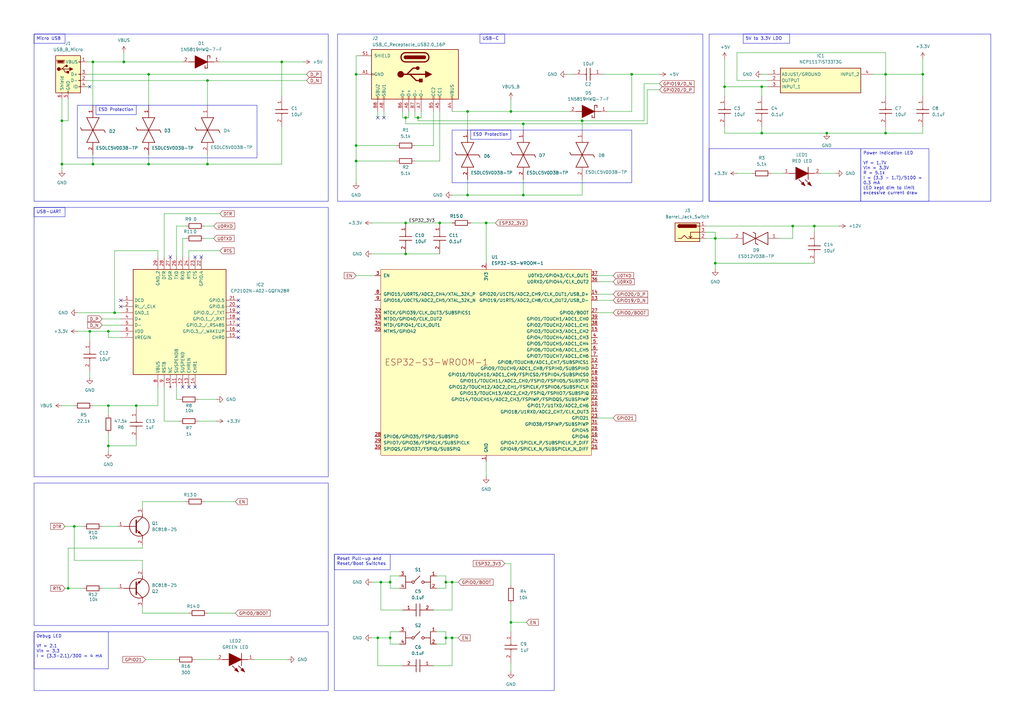
<source format=kicad_sch>
(kicad_sch (version 20250114) (generator "eeschema") (generator_version "9.0")
  (paper "A3")
  (title_block (title "PAF-hw_Electrical_Schematic") (date "2025-10-19") (rev "A"))
  (rectangle (start 13.97 85.09) (end 134.62 195.58))
  (rectangle (start 13.97 13.97) (end 134.62 82.55))
  (rectangle (start 13.97 259.08) (end 134.62 283.21))
  (rectangle (start 290.83 13.97) (end 406.4 82.55))
  (rectangle (start 137.16 227.33) (end 227.33 283.21))
  (rectangle (start 138.43 13.97) (end 288.29 82.55))
  (rectangle (start 31.75 43.18) (end 105.41 64.77))
  (rectangle (start 185.42 53.34) (end 259.08 74.93))
  (rectangle (start 290.83 60.96) (end 353.06 82.55))
  (rectangle (start 13.97 198.12) (end 134.62 256.54))
  (text_box "ESD Protection" (at 193.04 53.34 0) (size 16.51 3.81) (margins 0.9525 0.9525 0.9525 0.9525) (effects (font (size 1.27 1.27)) (justify left top)))
  (text_box "Power Indication LED \n\nVf = 1.7V\nVin = 3.3V\nR = 5.1k\nI = (3.3 - 1.7)/5100 = 0.3 mA\nLED kept dim to limit excessive current draw" (at 353.06 60.96 0) (size 27.94 21.59) (margins 0.9525 0.9525 0.9525 0.9525) (effects (font (size 1.27 1.27)) (justify left top)))
  (text_box "5V to 3.3V LDO\n" (at 304.8 13.97 0) (size 19.05 3.81) (margins 0.9525 0.9525 0.9525 0.9525) (effects (font (size 1.27 1.27)) (justify left top)))
  (text_box "USB-UART" (at 13.97 85.09 0) (size 12.7 3.81) (margins 0.9525 0.9525 0.9525 0.9525) (effects (font (size 1.27 1.27)) (justify left top)))
  (text_box "ESD Protection" (at 39.37 43.18 0) (size 16.51 3.81) (margins 0.9525 0.9525 0.9525 0.9525) (effects (font (size 1.27 1.27)) (justify left top)))
  (text_box "Micro USB" (at 13.97 13.97 0) (size 12.7 3.81) (margins 0.9525 0.9525 0.9525 0.9525) (effects (font (size 1.27 1.27)) (justify left top)))
  (text_box "Debug LED\n\nVf = 2.1\nVin = 3.3\nI = (3.3-2.1)/300 = 4 mA" (at 13.97 259.08 0) (size 30.48 15.24) (margins 0.9525 0.9525 0.9525 0.9525) (effects (font (size 1.27 1.27)) (justify left top)))
  (text_box "USB-C\n" (at 196.85 13.97 0) (size 10.16 3.81) (margins 0.9525 0.9525 0.9525 0.9525) (effects (font (size 1.27 1.27)) (justify left top)))
  (text_box "Reset Pull-up and Reset/Boot Switches\n\n\n" (at 137.16 227.33 0) (size 22.86 6.35) (margins 0.9525 0.9525 0.9525 0.9525) (effects (font (size 1.27 1.27)) (justify left top)))
  (junction (at 363.22 30.48))
  (junction (at 209.55 45.72))
  (junction (at 85.09 33.02))
  (junction (at 46.99 128.27))
  (junction (at 44.45 182.88))
  (junction (at 85.09 67.31))
  (junction (at 293.37 107.95))
  (junction (at 191.77 80.01))
  (junction (at 293.37 97.79))
  (junction (at 30.48 215.9))
  (junction (at 60.96 67.31))
  (junction (at 38.1 25.4))
  (junction (at 115.57 25.4))
  (junction (at 180.34 91.44))
  (junction (at 312.42 54.61))
  (junction (at 146.05 66.04))
  (junction (at 182.88 238.76))
  (junction (at 312.42 35.56))
  (junction (at 36.83 135.89))
  (junction (at 146.05 30.48))
  (junction (at 166.37 91.44))
  (junction (at 38.1 67.31))
  (junction (at 55.88 166.37))
  (junction (at 44.45 135.89))
  (junction (at 25.4 67.31))
  (junction (at 44.45 166.37))
  (junction (at 185.42 261.62))
  (junction (at 363.22 54.61))
  (junction (at 325.12 92.71))
  (junction (at 191.77 45.72))
  (junction (at 160.02 238.76))
  (junction (at 166.37 104.14))
  (junction (at 146.05 59.69))
  (junction (at 297.18 35.56))
  (junction (at 171.45 48.26))
  (junction (at 214.63 80.01))
  (junction (at 339.09 54.61))
  (junction (at 185.42 238.76))
  (junction (at 50.8 25.4))
  (junction (at 209.55 255.27))
  (junction (at 27.94 241.3))
  (junction (at 334.01 92.71))
  (junction (at 199.39 91.44))
  (junction (at 214.63 50.8))
  (junction (at 238.76 49.53))
  (junction (at 166.37 48.26))
  (junction (at 60.96 30.48))
  (junction (at 160.02 261.62))
  (junction (at 154.94 261.62))
  (junction (at 156.21 238.76))
  (junction (at 182.88 261.62))
  (junction (at 259.08 30.48))
  (junction (at 378.46 30.48))
  (junction (at 25.4 49.53))
  (no_connect (at 154.94 48.26))
  (no_connect (at 69.85 105.41))
  (no_connect (at 157.48 48.26))
  (no_connect (at 80.01 158.75))
  (no_connect (at 97.79 133.35))
  (no_connect (at 74.93 158.75))
  (no_connect (at 80.01 105.41))
  (no_connect (at 77.47 158.75))
  (no_connect (at 97.79 130.81))
  (no_connect (at 49.53 123.19))
  (no_connect (at 97.79 135.89))
  (no_connect (at 36.83 35.56))
  (no_connect (at 82.55 105.41))
  (no_connect (at 97.79 125.73))
  (no_connect (at 49.53 125.73))
  (no_connect (at 97.79 128.27))
  (no_connect (at 97.79 138.43))
  (no_connect (at 97.79 123.19))
  (wire (pts (xy 30.48 215.9) (xy 34.29 215.9)))
  (wire (pts (xy 146.05 22.86) (xy 146.05 30.48)))
  (wire (pts (xy 199.39 91.44) (xy 203.2 91.44)))
  (wire (pts (xy 41.91 133.35) (xy 49.53 133.35)))
  (wire (pts (xy 58.42 229.87) (xy 30.48 229.87)))
  (wire (pts (xy 58.42 223.52) (xy 58.42 224.79)))
  (wire (pts (xy 160.02 261.62) (xy 160.02 264.16)))
  (wire (pts (xy 191.77 45.72) (xy 191.77 53.34)))
  (wire (pts (xy 146.05 113.03) (xy 153.67 113.03)))
  (wire (pts (xy 214.63 73.66) (xy 214.63 80.01)))
  (wire (pts (xy 35.56 30.48) (xy 60.96 30.48)))
  (wire (pts (xy 44.45 182.88) (xy 55.88 182.88)))
  (wire (pts (xy 185.42 261.62) (xy 182.88 261.62)))
  (wire (pts (xy 185.42 261.62) (xy 187.96 261.62)))
  (wire (pts (xy 293.37 95.25) (xy 293.37 97.79)))
  (wire (pts (xy 358.14 30.48) (xy 363.22 30.48)))
  (wire (pts (xy 58.42 248.92) (xy 58.42 251.46)))
  (wire (pts (xy 49.53 138.43) (xy 44.45 138.43)))
  (wire (pts (xy 152.4 91.44) (xy 166.37 91.44)))
  (wire (pts (xy 193.04 91.44) (xy 199.39 91.44)))
  (wire (pts (xy 165.1 48.26) (xy 166.37 48.26)))
  (wire (pts (xy 44.45 166.37) (xy 55.88 166.37)))
  (wire (pts (xy 171.45 48.26) (xy 171.45 49.53)))
  (wire (pts (xy 214.63 50.8) (xy 265.43 50.8)))
  (wire (pts (xy 325.12 92.71) (xy 325.12 97.79)))
  (wire (pts (xy 165.1 45.72) (xy 165.1 48.26)))
  (wire (pts (xy 55.88 166.37) (xy 64.77 166.37)))
  (wire (pts (xy 270.51 34.29) (xy 264.16 34.29)))
  (wire (pts (xy 172.72 45.72) (xy 172.72 48.26)))
  (wire (pts (xy 293.37 97.79) (xy 293.37 107.95)))
  (wire (pts (xy 80.01 270.51) (xy 88.9 270.51)))
  (wire (pts (xy 293.37 107.95) (xy 293.37 110.49)))
  (wire (pts (xy 180.34 66.04) (xy 170.18 66.04)))
  (wire (pts (xy 115.57 25.4) (xy 124.46 25.4)))
  (wire (pts (xy 77.47 105.41) (xy 77.47 102.87)))
  (wire (pts (xy 209.55 247.65) (xy 209.55 255.27)))
  (wire (pts (xy 177.8 273.05) (xy 185.42 273.05)))
  (wire (pts (xy 81.28 163.83) (xy 88.9 163.83)))
  (wire (pts (xy 55.88 166.37) (xy 55.88 167.64)))
  (wire (pts (xy 160.02 259.08) (xy 160.02 261.62)))
  (wire (pts (xy 245.11 120.65) (xy 251.46 120.65)))
  (wire (pts (xy 209.55 271.78) (xy 209.55 275.59)))
  (wire (pts (xy 35.56 33.02) (xy 85.09 33.02)))
  (wire (pts (xy 72.39 92.71) (xy 76.2 92.71)))
  (wire (pts (xy 312.42 52.07) (xy 312.42 54.61)))
  (wire (pts (xy 245.11 128.27) (xy 251.46 128.27)))
  (wire (pts (xy 27.94 40.64) (xy 27.94 49.53)))
  (wire (pts (xy 55.88 180.34) (xy 55.88 182.88)))
  (wire (pts (xy 209.55 45.72) (xy 233.68 45.72)))
  (wire (pts (xy 154.94 261.62) (xy 154.94 273.05)))
  (wire (pts (xy 177.8 59.69) (xy 170.18 59.69)))
  (wire (pts (xy 363.22 52.07) (xy 363.22 54.61)))
  (wire (pts (xy 299.72 97.79) (xy 293.37 97.79)))
  (wire (pts (xy 320.04 97.79) (xy 325.12 97.79)))
  (wire (pts (xy 77.47 102.87) (xy 90.17 102.87)))
  (wire (pts (xy 83.82 205.74) (xy 96.52 205.74)))
  (wire (pts (xy 199.39 91.44) (xy 199.39 107.95)))
  (wire (pts (xy 165.1 273.05) (xy 154.94 273.05)))
  (wire (pts (xy 378.46 52.07) (xy 378.46 54.61)))
  (wire (pts (xy 214.63 50.8) (xy 166.37 50.8)))
  (wire (pts (xy 177.8 45.72) (xy 177.8 59.69)))
  (wire (pts (xy 232.41 30.48) (xy 234.95 30.48)))
  (wire (pts (xy 72.39 158.75) (xy 72.39 163.83)))
  (wire (pts (xy 199.39 189.23) (xy 199.39 195.58)))
  (wire (pts (xy 85.09 33.02) (xy 125.73 33.02)))
  (wire (pts (xy 325.12 92.71) (xy 334.01 92.71)))
  (wire (pts (xy 46.99 102.87) (xy 46.99 128.27)))
  (wire (pts (xy 378.46 39.37) (xy 378.46 30.48)))
  (wire (pts (xy 297.18 35.56) (xy 297.18 39.37)))
  (wire (pts (xy 152.4 261.62) (xy 154.94 261.62)))
  (wire (pts (xy 363.22 30.48) (xy 363.22 39.37)))
  (wire (pts (xy 72.39 163.83) (xy 73.66 163.83)))
  (wire (pts (xy 25.4 49.53) (xy 25.4 67.31)))
  (wire (pts (xy 67.31 172.72) (xy 73.66 172.72)))
  (wire (pts (xy 67.31 87.63) (xy 90.17 87.63)))
  (wire (pts (xy 185.42 80.01) (xy 191.77 80.01)))
  (wire (pts (xy 85.09 33.02) (xy 85.09 43.18)))
  (wire (pts (xy 297.18 24.13) (xy 297.18 35.56)))
  (wire (pts (xy 289.56 95.25) (xy 293.37 95.25)))
  (wire (pts (xy 270.51 36.83) (xy 265.43 36.83)))
  (wire (pts (xy 312.42 30.48) (xy 314.96 30.48)))
  (wire (pts (xy 27.94 224.79) (xy 27.94 241.3)))
  (wire (pts (xy 238.76 73.66) (xy 238.76 80.01)))
  (wire (pts (xy 38.1 25.4) (xy 50.8 25.4)))
  (wire (pts (xy 58.42 224.79) (xy 27.94 224.79)))
  (wire (pts (xy 147.32 22.86) (xy 146.05 22.86)))
  (wire (pts (xy 74.93 97.79) (xy 76.2 97.79)))
  (wire (pts (xy 339.09 54.61) (xy 363.22 54.61)))
  (wire (pts (xy 146.05 30.48) (xy 146.05 59.69)))
  (wire (pts (xy 182.88 261.62) (xy 182.88 264.16)))
  (wire (pts (xy 60.96 30.48) (xy 125.73 30.48)))
  (wire (pts (xy 185.42 238.76) (xy 187.96 238.76)))
  (wire (pts (xy 297.18 35.56) (xy 312.42 35.56)))
  (wire (pts (xy 104.14 270.51) (xy 118.11 270.51)))
  (wire (pts (xy 36.83 135.89) (xy 44.45 135.89)))
  (wire (pts (xy 191.77 45.72) (xy 209.55 45.72)))
  (wire (pts (xy 157.48 48.26) (xy 157.48 45.72)))
  (wire (pts (xy 60.96 30.48) (xy 60.96 43.18)))
  (wire (pts (xy 163.83 259.08) (xy 160.02 259.08)))
  (wire (pts (xy 64.77 158.75) (xy 64.77 166.37)))
  (wire (pts (xy 36.83 35.56) (xy 35.56 35.56)))
  (wire (pts (xy 214.63 53.34) (xy 214.63 50.8)))
  (wire (pts (xy 302.26 71.12) (xy 308.61 71.12)))
  (wire (pts (xy 115.57 52.07) (xy 115.57 67.31)))
  (wire (pts (xy 67.31 105.41) (xy 67.31 87.63)))
  (wire (pts (xy 64.77 102.87) (xy 46.99 102.87)))
  (wire (pts (xy 312.42 35.56) (xy 314.96 35.56)))
  (wire (pts (xy 25.4 40.64) (xy 25.4 49.53)))
  (wire (pts (xy 166.37 104.14) (xy 180.34 104.14)))
  (wire (pts (xy 166.37 48.26) (xy 167.64 48.26)))
  (wire (pts (xy 270.51 30.48) (xy 259.08 30.48)))
  (wire (pts (xy 27.94 49.53) (xy 25.4 49.53)))
  (wire (pts (xy 41.91 215.9) (xy 48.26 215.9)))
  (wire (pts (xy 238.76 49.53) (xy 264.16 49.53)))
  (wire (pts (xy 316.23 71.12) (xy 321.31 71.12)))
  (wire (pts (xy 81.28 172.72) (xy 88.9 172.72)))
  (wire (pts (xy 58.42 208.28) (xy 58.42 205.74)))
  (wire (pts (xy 85.09 67.31) (xy 115.57 67.31)))
  (wire (pts (xy 85.09 251.46) (xy 96.52 251.46)))
  (wire (pts (xy 302.26 21.59) (xy 363.22 21.59)))
  (wire (pts (xy 166.37 50.8) (xy 166.37 48.26)))
  (wire (pts (xy 85.09 63.5) (xy 85.09 67.31)))
  (wire (pts (xy 166.37 91.44) (xy 180.34 91.44)))
  (wire (pts (xy 60.96 67.31) (xy 85.09 67.31)))
  (wire (pts (xy 163.83 241.3) (xy 160.02 241.3)))
  (wire (pts (xy 146.05 66.04) (xy 162.56 66.04)))
  (wire (pts (xy 146.05 59.69) (xy 146.05 66.04)))
  (wire (pts (xy 259.08 30.48) (xy 259.08 45.72)))
  (wire (pts (xy 156.21 238.76) (xy 156.21 250.19)))
  (wire (pts (xy 289.56 92.71) (xy 325.12 92.71)))
  (wire (pts (xy 31.75 128.27) (xy 46.99 128.27)))
  (wire (pts (xy 44.45 135.89) (xy 49.53 135.89)))
  (wire (pts (xy 64.77 105.41) (xy 64.77 102.87)))
  (wire (pts (xy 36.83 135.89) (xy 36.83 139.7)))
  (wire (pts (xy 38.1 25.4) (xy 38.1 43.18)))
  (wire (pts (xy 312.42 54.61) (xy 339.09 54.61)))
  (wire (pts (xy 50.8 25.4) (xy 74.93 25.4)))
  (wire (pts (xy 312.42 35.56) (xy 312.42 39.37)))
  (wire (pts (xy 26.67 215.9) (xy 30.48 215.9)))
  (wire (pts (xy 44.45 166.37) (xy 44.45 170.18)))
  (wire (pts (xy 214.63 80.01) (xy 238.76 80.01)))
  (wire (pts (xy 67.31 158.75) (xy 67.31 172.72)))
  (wire (pts (xy 245.11 115.57) (xy 251.46 115.57)))
  (wire (pts (xy 58.42 251.46) (xy 77.47 251.46)))
  (wire (pts (xy 41.91 130.81) (xy 49.53 130.81)))
  (wire (pts (xy 36.83 152.4) (xy 36.83 154.94)))
  (wire (pts (xy 46.99 128.27) (xy 49.53 128.27)))
  (wire (pts (xy 207.01 231.14) (xy 209.55 231.14)))
  (wire (pts (xy 163.83 236.22) (xy 160.02 236.22)))
  (wire (pts (xy 25.4 69.85) (xy 25.4 67.31)))
  (wire (pts (xy 160.02 236.22) (xy 160.02 238.76)))
  (wire (pts (xy 185.42 238.76) (xy 185.42 250.19)))
  (wire (pts (xy 115.57 25.4) (xy 115.57 39.37)))
  (wire (pts (xy 74.93 105.41) (xy 74.93 97.79)))
  (wire (pts (xy 58.42 205.74) (xy 76.2 205.74)))
  (wire (pts (xy 363.22 21.59) (xy 363.22 30.48)))
  (wire (pts (xy 191.77 73.66) (xy 191.77 80.01)))
  (wire (pts (xy 25.4 67.31) (xy 38.1 67.31)))
  (wire (pts (xy 160.02 238.76) (xy 156.21 238.76)))
  (wire (pts (xy 171.45 48.26) (xy 172.72 48.26)))
  (wire (pts (xy 27.94 241.3) (xy 34.29 241.3)))
  (wire (pts (xy 297.18 54.61) (xy 312.42 54.61)))
  (wire (pts (xy 146.05 74.93) (xy 146.05 66.04)))
  (wire (pts (xy 245.11 123.19) (xy 251.46 123.19)))
  (wire (pts (xy 297.18 52.07) (xy 297.18 54.61)))
  (wire (pts (xy 38.1 67.31) (xy 38.1 63.5)))
  (wire (pts (xy 146.05 59.69) (xy 162.56 59.69)))
  (wire (pts (xy 60.96 63.5) (xy 60.96 67.31)))
  (wire (pts (xy 363.22 54.61) (xy 378.46 54.61)))
  (wire (pts (xy 182.88 236.22) (xy 182.88 238.76)))
  (wire (pts (xy 215.9 255.27) (xy 209.55 255.27)))
  (wire (pts (xy 165.1 250.19) (xy 156.21 250.19)))
  (wire (pts (xy 180.34 91.44) (xy 185.42 91.44)))
  (wire (pts (xy 179.07 241.3) (xy 182.88 241.3)))
  (wire (pts (xy 154.94 48.26) (xy 154.94 45.72)))
  (wire (pts (xy 334.01 92.71) (xy 334.01 95.25)))
  (wire (pts (xy 248.92 45.72) (xy 259.08 45.72)))
  (wire (pts (xy 191.77 80.01) (xy 214.63 80.01)))
  (wire (pts (xy 238.76 49.53) (xy 171.45 49.53)))
  (wire (pts (xy 170.18 45.72) (xy 170.18 48.26)))
  (wire (pts (xy 58.42 229.87) (xy 58.42 233.68)))
  (wire (pts (xy 334.01 92.71) (xy 344.17 92.71)))
  (wire (pts (xy 41.91 241.3) (xy 48.26 241.3)))
  (wire (pts (xy 182.88 238.76) (xy 185.42 238.76)))
  (wire (pts (xy 264.16 34.29) (xy 264.16 49.53)))
  (wire (pts (xy 60.96 67.31) (xy 38.1 67.31)))
  (wire (pts (xy 336.55 71.12) (xy 342.9 71.12)))
  (wire (pts (xy 238.76 53.34) (xy 238.76 49.53)))
  (wire (pts (xy 179.07 259.08) (xy 182.88 259.08)))
  (wire (pts (xy 44.45 177.8) (xy 44.45 182.88)))
  (wire (pts (xy 179.07 264.16) (xy 182.88 264.16)))
  (wire (pts (xy 152.4 104.14) (xy 166.37 104.14)))
  (wire (pts (xy 83.82 92.71) (xy 87.63 92.71)))
  (wire (pts (xy 160.02 238.76) (xy 160.02 241.3)))
  (wire (pts (xy 154.94 261.62) (xy 160.02 261.62)))
  (wire (pts (xy 50.8 21.59) (xy 50.8 25.4)))
  (wire (pts (xy 289.56 97.79) (xy 293.37 97.79)))
  (wire (pts (xy 59.69 270.51) (xy 72.39 270.51)))
  (wire (pts (xy 245.11 171.45) (xy 251.46 171.45)))
  (wire (pts (xy 170.18 48.26) (xy 171.45 48.26)))
  (wire (pts (xy 209.55 259.08) (xy 209.55 255.27)))
  (wire (pts (xy 26.67 241.3) (xy 27.94 241.3)))
  (wire (pts (xy 302.26 33.02) (xy 302.26 21.59)))
  (wire (pts (xy 185.42 273.05) (xy 185.42 261.62)))
  (wire (pts (xy 179.07 236.22) (xy 182.88 236.22)))
  (wire (pts (xy 163.83 264.16) (xy 160.02 264.16)))
  (wire (pts (xy 185.42 45.72) (xy 191.77 45.72)))
  (wire (pts (xy 72.39 105.41) (xy 72.39 92.71)))
  (wire (pts (xy 247.65 30.48) (xy 259.08 30.48)))
  (wire (pts (xy 30.48 215.9) (xy 30.48 229.87)))
  (wire (pts (xy 146.05 30.48) (xy 147.32 30.48)))
  (wire (pts (xy 31.75 135.89) (xy 36.83 135.89)))
  (wire (pts (xy 90.17 25.4) (xy 115.57 25.4)))
  (wire (pts (xy 378.46 24.13) (xy 378.46 30.48)))
  (wire (pts (xy 209.55 40.64) (xy 209.55 45.72)))
  (wire (pts (xy 44.45 182.88) (xy 44.45 185.42)))
  (wire (pts (xy 38.1 166.37) (xy 44.45 166.37)))
  (wire (pts (xy 35.56 25.4) (xy 38.1 25.4)))
  (wire (pts (xy 245.11 113.03) (xy 251.46 113.03)))
  (wire (pts (xy 180.34 45.72) (xy 180.34 66.04)))
  (wire (pts (xy 265.43 36.83) (xy 265.43 50.8)))
  (wire (pts (xy 83.82 97.79) (xy 87.63 97.79)))
  (wire (pts (xy 363.22 30.48) (xy 378.46 30.48)))
  (wire (pts (xy 209.55 231.14) (xy 209.55 240.03)))
  (wire (pts (xy 25.4 166.37) (xy 30.48 166.37)))
  (wire (pts (xy 182.88 259.08) (xy 182.88 261.62)))
  (wire (pts (xy 177.8 250.19) (xy 185.42 250.19)))
  (wire (pts (xy 156.21 238.76) (xy 152.4 238.76)))
  (wire (pts (xy 44.45 135.89) (xy 44.45 138.43)))
  (wire (pts (xy 293.37 107.95) (xy 334.01 107.95)))
  (wire (pts (xy 314.96 33.02) (xy 302.26 33.02)))
  (wire (pts (xy 182.88 238.76) (xy 182.88 241.3)))
  (wire (pts (xy 167.64 45.72) (xy 167.64 48.26)))
  (label "ESP32_3V3" (at 167.64 91.44 0))
  (global_label "GPIO19{slash}D_N" (shape input) (at 251.46 123.19 0) (property "Intersheetrefs" "${INTERSHEET_REFS}" (effects (hide yes))))
  (global_label "ESP32_3V3" (shape input) (at 207.01 231.14 180) (property "Intersheetrefs" "${INTERSHEET_REFS}" (effects (hide yes))))
  (global_label "RTS" (shape input) (at 90.17 102.87 0) (property "Intersheetrefs" "${INTERSHEET_REFS}" (effects (hide yes))))
  (global_label "U0TXD" (shape input) (at 87.63 97.79 0) (property "Intersheetrefs" "${INTERSHEET_REFS}" (effects (hide yes))))
  (global_label "GPIO19{slash}D_N" (shape input) (at 270.51 34.29 0) (property "Intersheetrefs" "${INTERSHEET_REFS}" (effects (hide yes))))
  (global_label "D_P" (shape input) (at 41.91 130.81 180) (property "Intersheetrefs" "${INTERSHEET_REFS}" (effects (hide yes))))
  (global_label "EN" (shape input) (at 146.05 113.03 180) (property "Intersheetrefs" "${INTERSHEET_REFS}" (effects (hide yes))))
  (global_label "EN" (shape input) (at 187.96 261.62 0) (property "Intersheetrefs" "${INTERSHEET_REFS}" (effects (hide yes))))
  (global_label "U0RXD" (shape input) (at 87.63 92.71 0) (property "Intersheetrefs" "${INTERSHEET_REFS}" (effects (hide yes))))
  (global_label "GPIO21" (shape input) (at 59.69 270.51 180) (property "Intersheetrefs" "${INTERSHEET_REFS}" (effects (hide yes))))
  (global_label "ESP32_3V3" (shape input) (at 203.2 91.44 0) (property "Intersheetrefs" "${INTERSHEET_REFS}" (effects (hide yes))))
  (global_label "EN" (shape input) (at 96.52 205.74 0) (property "Intersheetrefs" "${INTERSHEET_REFS}" (effects (hide yes))))
  (global_label "GPIO20{slash}D_P" (shape input) (at 270.51 36.83 0) (property "Intersheetrefs" "${INTERSHEET_REFS}" (effects (hide yes))))
  (global_label "GPIO0{slash}BOOT" (shape input) (at 96.52 251.46 0) (property "Intersheetrefs" "${INTERSHEET_REFS}" (effects (hide yes))))
  (global_label "DTR" (shape input) (at 26.67 215.9 180) (property "Intersheetrefs" "${INTERSHEET_REFS}" (effects (hide yes))))
  (global_label "D_N" (shape input) (at 41.91 133.35 180) (property "Intersheetrefs" "${INTERSHEET_REFS}" (effects (hide yes))))
  (global_label "GPIO0{slash}BOOT" (shape input) (at 187.96 238.76 0) (property "Intersheetrefs" "${INTERSHEET_REFS}" (effects (hide yes))))
  (global_label "U0RXD" (shape input) (at 251.46 115.57 0) (property "Intersheetrefs" "${INTERSHEET_REFS}" (effects (hide yes))))
  (global_label "D_N" (shape input) (at 125.73 33.02 0) (property "Intersheetrefs" "${INTERSHEET_REFS}" (effects (hide yes))))
  (global_label "U0TXD" (shape input) (at 251.46 113.03 0) (property "Intersheetrefs" "${INTERSHEET_REFS}" (effects (hide yes))))
  (global_label "GPIO0{slash}BOOT" (shape input) (at 251.46 128.27 0) (property "Intersheetrefs" "${INTERSHEET_REFS}" (effects (hide yes))))
  (global_label "RTS" (shape input) (at 26.67 241.3 180) (property "Intersheetrefs" "${INTERSHEET_REFS}" (effects (hide yes))))
  (global_label "GPIO21" (shape input) (at 251.46 171.45 0) (property "Intersheetrefs" "${INTERSHEET_REFS}" (effects (hide yes))))
  (global_label "DTR" (shape input) (at 90.17 87.63 0) (property "Intersheetrefs" "${INTERSHEET_REFS}" (effects (hide yes))))
  (global_label "EN" (shape input) (at 215.9 255.27 0) (property "Intersheetrefs" "${INTERSHEET_REFS}" (effects (hide yes))))
  (global_label "GPIO20{slash}D_P" (shape input) (at 251.46 120.65 0) (property "Intersheetrefs" "${INTERSHEET_REFS}" (effects (hide yes))))
  (global_label "D_P" (shape input) (at 125.73 30.48 0) (property "Intersheetrefs" "${INTERSHEET_REFS}" (effects (hide yes))))
  (symbol (lib_id "SamacSys_Parts:CL21A106KAYNNNE") (at 334.01 95.25 270) (unit 1)
    (property "Reference" "C14" (at 337.82 100.3299 90) (effects (justify left)))
    (property "Value" "10uF" (at 337.82 102.8699 90) (effects (justify left)))
    (property "Footprint" "CAPC2012X145N" (effects (hide yes)))
    (property "Datasheet" "https://datasheet.datasheetarchive.com/originals/distributors/Datasheets_SAMA/6a45835c9b7400e9b49c55c38a8ff4a2.pdf" (effects (hide yes)))
    (property "Description" "Samsung" (effects (hide yes)))
    (property "Height" "1.45" (effects (hide yes)))
    (property "Manufacturer_Name" "SAMSUNG" (effects (hide yes)))
    (property "Manufacturer_Part_Number" "CL21A106KAYNNNE" (effects (hide yes)))
    (property "Mouser Part Number" "187-CL21A106KAYNNNE" (effects (hide yes)))
    (property "Mouser Price/Stock" "https://www.mouser.co.uk/ProductDetail/Samsung-Electro-Mechanics/CL21A106KAYNNNE?qs=yOVawPpwOwmTXAd4dJtNjA%3D%3D" (effects (hide yes)))
    (property "Arrow Part Number" "CL21A106KAYNNNE" (effects (hide yes)))
    (property "Arrow Price/Stock" "https://www.arrow.com/en/products/cl21a106kaynnne/samsung-electro-mechanics?utm_currency=USD&region=nac" (effects (hide yes)))
  )
  (symbol (lib_id "power:GND") (at 36.83 154.94 0) (unit 1)
    (property "Reference" "#PWR022" (effects (hide yes)))
    (property "Value" "GND" (at 36.83 160.02 0))
    (property "Description" "Power symbol creates a global label with name \"GND\" , ground" (effects (hide yes)))
  )
  (symbol (lib_id "SamacSys_Parts:ESDLC5V0D3B-TP") (at 38.1 43.18 270) (unit 1)
    (property "Reference" "D2" (at 44.704 53.848 90) (effects (justify left)))
    (property "Value" "ESDLC5V0D3B-TP" (at 39.37 60.706 90) (effects (justify left)))
    (property "Footprint" "SOD2512X115N" (effects (hide yes)))
    (property "Datasheet" "https://www.mccsemi.com/pdf/Products/ESDLC3V3D3B~ESDLC12VD3B(SOD-323).pdf" (effects (hide yes)))
    (property "Description" "ESD Protection Devices" (effects (hide yes)))
    (property "Height" "1.15" (effects (hide yes)))
    (property "Manufacturer_Name" "MCC" (effects (hide yes)))
    (property "Manufacturer_Part_Number" "ESDLC5V0D3B-TP" (effects (hide yes)))
  )
  (symbol (lib_id "power:+12V") (at 344.17 92.71 270) (unit 1)
    (property "Reference" "#PWR030" (effects (hide yes)))
    (property "Value" "+12V" (at 347.98 92.7099 90) (effects (justify left)))
    (property "Description" "Power symbol creates a global label with name \"+12V\"" (effects (hide yes)))
  )
  (symbol (lib_id "Device:R") (at 166.37 59.69 90) (unit 1)
    (property "Reference" "R1" (at 166.37 53.34 90))
    (property "Value" "5.1k" (at 166.37 55.88 90))
    (property "Description" "Resistor" (effects (hide yes)))
  )
  (symbol (lib_id "SamacSys_Parts:1N5819HWQ-7-F") (at 92.71 25.4 180) (unit 1)
    (property "Reference" "D1" (at 82.55 17.78 0))
    (property "Value" "1N5819HWQ-7-F" (at 82.55 20.32 0))
    (property "Footprint" "SOD3716X145N" (effects (hide yes)))
    (property "Datasheet" "https://www.diodes.com//assets/Datasheets/1N5819HW.pdf" (effects (hide yes)))
    (property "Description" "Schottky Diode 40 V 1A Surface Mount SOD-123" (effects (hide yes)))
    (property "Height" "1.45" (effects (hide yes)))
    (property "Manufacturer_Name" "Diodes Incorporated" (effects (hide yes)))
    (property "Manufacturer_Part_Number" "1N5819HWQ-7-F" (effects (hide yes)))
    (property "Mouser Part Number" "621-1N5819HWQ-7-F" (effects (hide yes)))
    (property "Mouser Price/Stock" "https://www.mouser.co.uk/ProductDetail/Diodes-Incorporated/1N5819HWQ-7-F?qs=gZXFycFWdAPDr8BmsK1ygg%3D%3D" (effects (hide yes)))
    (property "Arrow Part Number" "1N5819HWQ-7-F" (effects (hide yes)))
    (property "Arrow Price/Stock" "https://www.arrow.com/en/products/1n5819hwq-7-f/diodes-incorporated?utm_currency=USD&region=europe" (effects (hide yes)))
  )
  (symbol (lib_id "power:+3.3V") (at 378.46 24.13 0) (unit 1)
    (property "Reference" "#PWR012" (effects (hide yes)))
    (property "Value" "+3.3V" (at 378.46 19.05 0))
    (property "Description" "Power symbol creates a global label with name \"+3.3V\"" (effects (hide yes)))
  )
  (symbol (lib_id "Connector:Barrel_Jack_Switch") (at 281.94 95.25 0) (unit 1)
    (property "Reference" "J3" (at 281.94 86.36 0))
    (property "Value" "Barrel_Jack_Switch" (at 281.94 88.9 0))
    (property "Description" "DC Barrel Jack with an internal switch" (effects (hide yes)))
  )
  (symbol (lib_id "SamacSys_Parts:CL10B105KO8NNNC") (at 209.55 259.08 270) (unit 1)
    (property "Reference" "C9" (at 213.36 264.1599 90) (effects (justify left)))
    (property "Value" "1uF" (at 213.36 266.6999 90) (effects (justify left)))
    (property "Footprint" "CAPC1608X90N" (effects (hide yes)))
    (property "Datasheet" "https://datasheet.datasheetarchive.com/originals/distributors/Datasheets-DGA10/2410179.pdf" (effects (hide yes)))
    (property "Description" "Samsung Electro-Mechanics 1uF Multilayer Ceramic Capacitor MLCC 16V dc +/-10% X7R Dielectric 0603 (1608M) SMD" (effects (hide yes)))
    (property "Height" "0.9" (effects (hide yes)))
    (property "Manufacturer_Name" "SAMSUNG" (effects (hide yes)))
    (property "Manufacturer_Part_Number" "CL10B105KO8NNNC" (effects (hide yes)))
    (property "Mouser Part Number" "187-CL10B105KO8NNNC" (effects (hide yes)))
    (property "Mouser Price/Stock" "https://www.mouser.co.uk/ProductDetail/Samsung-Electro-Mechanics/CL10B105KO8NNNC?qs=349EhDEZ59o2mlUAs%2FkaKg%3D%3D" (effects (hide yes)))
    (property "Arrow Part Number" "CL10B105KO8NNNC" (effects (hide yes)))
    (property "Arrow Price/Stock" "https://www.arrow.com/en/products/cl10b105ko8nnnc/samsung-electro-mechanics?utm_currency=USD&region=europe" (effects (hide yes)))
  )
  (symbol (lib_id "SamacSys_Parts:ESDLC5V0D3B-TP") (at 85.09 43.18 270) (unit 1)
    (property "Reference" "D4" (at 91.694 53.594 90) (effects (justify left)))
    (property "Value" "ESDLC5V0D3B-TP" (at 86.36 60.452 90) (effects (justify left)))
    (property "Footprint" "SOD2512X115N" (effects (hide yes)))
    (property "Datasheet" "https://www.mccsemi.com/pdf/Products/ESDLC3V3D3B~ESDLC12VD3B(SOD-323).pdf" (effects (hide yes)))
    (property "Description" "ESD Protection Devices" (effects (hide yes)))
    (property "Height" "1.15" (effects (hide yes)))
    (property "Manufacturer_Name" "MCC" (effects (hide yes)))
    (property "Manufacturer_Part_Number" "ESDLC5V0D3B-TP" (effects (hide yes)))
  )
  (symbol (lib_id "PCM_Espressif:ESP32-S3-WROOM-1") (at 199.39 148.59 0) (unit 1)
    (property "Reference" "U1" (at 201.5333 105.41 0) (effects (justify left)))
    (property "Value" "ESP32-S3-WROOM-1" (at 201.5333 107.95 0) (effects (justify left)))
    (property "Footprint" "PCM_Espressif:ESP32-S3-WROOM-1" (effects (hide yes)))
    (property "Datasheet" "https://www.espressif.com/sites/default/files/documentation/esp32-s3-wroom-1_wroom-1u_datasheet_en.pdf" (effects (hide yes)))
    (property "Description" "2.4 GHz WiFi (802.11 b/g/n) and Bluetooth ® 5 (LE) module Built around ESP32S3 series of SoCs, Xtensa ® dualcore 32bit LX7 microprocessor Flash up to 16 MB, PSRAM up to 8 MB 36 GPIOs, rich set of peripherals Onboard PCB antenna" (effects (hide yes)))
  )
  (symbol (lib_id "power:GND") (at 293.37 110.49 0) (unit 1)
    (property "Reference" "#PWR027" (effects (hide yes)))
    (property "Value" "GND" (at 293.37 115.57 0))
    (property "Description" "Power symbol creates a global label with name \"GND\" , ground" (effects (hide yes)))
  )
  (symbol (lib_id "SamacSys_Parts:SML-LX0805SRC-TR") (at 336.55 71.12 180) (unit 1)
    (property "Reference" "LED1" (at 328.93 63.5 0))
    (property "Value" "RED LED" (at 328.93 66.04 0))
    (property "Footprint" "SMLLX0805SRCTR" (effects (hide yes)))
    (property "Datasheet" "https://www.mouser.co.uk/datasheet/2/244/SML-LX0805SRC-TR-1136150.pdf" (effects (hide yes)))
    (property "Description" "Lumex2.2 V Red LED 2012 (0805)  SMD, SML-LX0805SRC-TR" (effects (hide yes)))
    (property "Manufacturer_Name" "Lumex" (effects (hide yes)))
    (property "Manufacturer_Part_Number" "SML-LX0805SRC-TR" (effects (hide yes)))
    (property "Mouser Part Number" "696-SML-0805SRCTR" (effects (hide yes)))
    (property "Mouser Price/Stock" "https://www.mouser.co.uk/ProductDetail/Lumex/SML-LX0805SRC-TR?qs=9HInCHf8eFjJ6a03vywsvw%3D%3D" (effects (hide yes)))
    (property "Arrow Part Number" "SML-LX0805SRC-TR" (effects (hide yes)))
    (property "Arrow Price/Stock" "https://www.arrow.com/en/products/sml-lx0805src-tr/lumex?utm_currency=USD&region=nac" (effects (hide yes)))
  )
  (symbol (lib_id "SamacSys_Parts:NCP1117IST33T3G") (at 314.96 30.48 0) (unit 1)
    (property "Reference" "IC1" (at 336.55 22.86 0))
    (property "Value" "NCP1117IST33T3G" (at 336.55 25.4 0))
    (property "Footprint" "SOT230P700X180-4N" (effects (hide yes)))
    (property "Datasheet" "https://www.onsemi.com/pub/Collateral/NCP1117-D.PDF" (effects (hide yes)))
    (property "Description" "Output Current in Excess of 1.0 A; 1.2 V Maximum Dropout Voltage at 800 mA Over Temperature; Fixed Output Voltages of 1.8 V, 3.3 V and 5.0 V; Adjustable Output Voltage Option; Pb-Free Packages are Available; Operation to 20 V Input; Reference/Output Voltage Trimmed to +/- 1.0%; No Minimum Load Requirement for Fixed Voltage Output Devices; Current Limit, Safe Operating and Thermal Shutdown Protection" (effects (hide yes)))
    (property "Height" "1.8" (effects (hide yes)))
    (property "Manufacturer_Name" "onsemi" (effects (hide yes)))
    (property "Manufacturer_Part_Number" "NCP1117IST33T3G" (effects (hide yes)))
    (property "Mouser Part Number" "863-NCP1117IST33T3G" (effects (hide yes)))
    (property "Mouser Price/Stock" "https://www.mouser.co.uk/ProductDetail/onsemi/NCP1117IST33T3G?qs=iLbezkQI%252BsgWHC6Yi9bFVA%3D%3D" (effects (hide yes)))
    (property "Arrow Part Number" "NCP1117IST33T3G" (effects (hide yes)))
    (property "Arrow Price/Stock" "https://www.arrow.com/en/products/ncp1117ist33t3g/on-semiconductor?utm_currency=USD&region=nac" (effects (hide yes)))
  )
  (symbol (lib_id "Device:R") (at 80.01 92.71 270) (unit 1)
    (property "Reference" "R9" (at 77.216 89.916 90))
    (property "Value" "0" (at 80.01 89.916 90))
    (property "Description" "Resistor" (effects (hide yes)))
  )
  (symbol (lib_id "SamacSys_Parts:BC818-25") (at 48.26 241.3 0) (mirror x) (unit 1)
    (property "Reference" "Q2" (at 62.23 242.5701 0) (effects (justify left)))
    (property "Value" "BC818-25" (at 62.23 240.0301 0) (effects (justify left)))
    (property "Footprint" "SOT95P230X110-3N" (effects (hide yes)))
    (property "Datasheet" "https://diotec.com/request/datasheet/bc817.pdf" (effects (hide yes)))
    (property "Description" "Bipolar Transistors - BJT BJT, SOT-23, 25V, 800mA, NPN" (effects (hide yes)))
    (property "Height" "1.1" (effects (hide yes)))
    (property "Manufacturer_Name" "Diotec" (effects (hide yes)))
    (property "Manufacturer_Part_Number" "BC818-25" (effects (hide yes)))
    (property "Mouser Part Number" "637-BC818-25" (effects (hide yes)))
    (property "Mouser Price/Stock" "https://www.mouser.co.uk/ProductDetail/Diotec-Semiconductor/BC818-25?qs=OlC7AqGiEDmybOdYHnEdKg%3D%3D" (effects (hide yes)))
    (property "Arrow Part Number" "BC818-25" (effects (hide yes)))
    (property "Arrow Price/Stock" "https://www.arrow.com/en/products/bc818-25/diotec-semiconductor-ag?region=nac" (effects (hide yes)))
  )
  (symbol (lib_id "power:GND") (at 152.4 104.14 270) (unit 1)
    (property "Reference" "#PWR018" (effects (hide yes)))
    (property "Value" "GND" (at 148.59 104.1399 90) (effects (justify right)))
    (property "Description" "Power symbol creates a global label with name \"GND\" , ground" (effects (hide yes)))
  )
  (symbol (lib_id "power:GND") (at 199.39 195.58 0) (unit 1)
    (property "Reference" "#PWR01" (effects (hide yes)))
    (property "Value" "GND" (at 199.39 200.66 0))
    (property "Description" "Power symbol creates a global label with name \"GND\" , ground" (effects (hide yes)))
  )
  (symbol (lib_id "SamacSys_Parts:PTS647SK38SMTR2_LFS") (at 163.83 259.08 0) (unit 1)
    (property "Reference" "S2" (at 171.45 256.54 0))
    (property "Value" "PTS647SK38SMTR2_LFS" (effects (hide yes)))
    (property "Footprint" "PTS647SM38SMTR2LFS" (effects (hide yes)))
    (property "Datasheet" "https://www.ckswitches.com/media/2567/pts647.pdf" (effects (hide yes)))
    (property "Description" "Tactile Switch SPST-NO Top Actuated Surface Mount" (effects (hide yes)))
    (property "Height" "3.8" (effects (hide yes)))
    (property "Manufacturer_Name" "C & K COMPONENTS" (effects (hide yes)))
    (property "Manufacturer_Part_Number" "PTS647SK38SMTR2 LFS" (effects (hide yes)))
  )
  (symbol (lib_id "power:GND") (at 209.55 275.59 0) (unit 1)
    (property "Reference" "#PWR019" (effects (hide yes)))
    (property "Value" "GND" (at 209.55 280.67 0))
    (property "Description" "Power symbol creates a global label with name \"GND\" , ground" (effects (hide yes)))
  )
  (symbol (lib_id "power:+5V") (at 124.46 25.4 270) (unit 1)
    (property "Reference" "#PWR04" (effects (hide yes)))
    (property "Value" "+5V" (at 128.27 25.3999 90) (effects (justify left)))
    (property "Description" "Power symbol creates a global label with name \"+5V\"" (effects (hide yes)))
  )
  (symbol (lib_id "Device:R") (at 77.47 172.72 270) (unit 1)
    (property "Reference" "R7" (at 77.47 175.514 90))
    (property "Value" "1k" (at 77.47 178.054 90))
    (property "Description" "Resistor" (effects (hide yes)))
  )
  (symbol (lib_id "power:+3.3V") (at 152.4 91.44 90) (unit 1)
    (property "Reference" "#PWR015" (effects (hide yes)))
    (property "Value" "+3.3V" (at 148.59 91.4399 90) (effects (justify left)))
    (property "Description" "Power symbol creates a global label with name \"+3.3V\"" (effects (hide yes)))
  )
  (symbol (lib_id "SamacSys_Parts:CL21A106KAYNNNE") (at 297.18 39.37 270) (unit 1)
    (property "Reference" "C3" (at 300.99 44.4499 90) (effects (justify left)))
    (property "Value" "10uF" (at 300.99 46.9899 90) (effects (justify left)))
    (property "Footprint" "CAPC2012X145N" (effects (hide yes)))
    (property "Datasheet" "https://datasheet.datasheetarchive.com/originals/distributors/Datasheets_SAMA/6a45835c9b7400e9b49c55c38a8ff4a2.pdf" (effects (hide yes)))
    (property "Description" "Samsung" (effects (hide yes)))
    (property "Height" "1.45" (effects (hide yes)))
    (property "Manufacturer_Name" "SAMSUNG" (effects (hide yes)))
    (property "Manufacturer_Part_Number" "CL21A106KAYNNNE" (effects (hide yes)))
    (property "Mouser Part Number" "187-CL21A106KAYNNNE" (effects (hide yes)))
    (property "Mouser Price/Stock" "https://www.mouser.co.uk/ProductDetail/Samsung-Electro-Mechanics/CL21A106KAYNNNE?qs=yOVawPpwOwmTXAd4dJtNjA%3D%3D" (effects (hide yes)))
    (property "Arrow Part Number" "CL21A106KAYNNNE" (effects (hide yes)))
    (property "Arrow Price/Stock" "https://www.arrow.com/en/products/cl21a106kaynnne/samsung-electro-mechanics?utm_currency=USD&region=nac" (effects (hide yes)))
  )
  (symbol (lib_id "power:GND") (at 342.9 71.12 90) (unit 1)
    (property "Reference" "#PWR014" (effects (hide yes)))
    (property "Value" "GND" (at 346.71 71.1199 90) (effects (justify right)))
    (property "Description" "Power symbol creates a global label with name \"GND\" , ground" (effects (hide yes)))
  )
  (symbol (lib_id "Device:R") (at 312.42 71.12 90) (unit 1)
    (property "Reference" "R3" (at 312.42 64.77 90))
    (property "Value" "5.1k" (at 312.42 67.31 90))
    (property "Description" "Resistor" (effects (hide yes)))
  )
  (symbol (lib_id "SamacSys_Parts:CL21A106KAYNNNE") (at 166.37 91.44 270) (unit 1)
    (property "Reference" "C10" (at 170.18 96.5199 90) (effects (justify left)))
    (property "Value" "10uF" (at 170.18 99.0599 90) (effects (justify left)))
    (property "Footprint" "CAPC2012X145N" (effects (hide yes)))
    (property "Datasheet" "https://datasheet.datasheetarchive.com/originals/distributors/Datasheets_SAMA/6a45835c9b7400e9b49c55c38a8ff4a2.pdf" (effects (hide yes)))
    (property "Description" "Samsung" (effects (hide yes)))
    (property "Height" "1.45" (effects (hide yes)))
    (property "Manufacturer_Name" "SAMSUNG" (effects (hide yes)))
    (property "Manufacturer_Part_Number" "CL21A106KAYNNNE" (effects (hide yes)))
    (property "Mouser Part Number" "187-CL21A106KAYNNNE" (effects (hide yes)))
    (property "Mouser Price/Stock" "https://www.mouser.co.uk/ProductDetail/Samsung-Electro-Mechanics/CL21A106KAYNNNE?qs=yOVawPpwOwmTXAd4dJtNjA%3D%3D" (effects (hide yes)))
    (property "Arrow Part Number" "CL21A106KAYNNNE" (effects (hide yes)))
    (property "Arrow Price/Stock" "https://www.arrow.com/en/products/cl21a106kaynnne/samsung-electro-mechanics?utm_currency=USD&region=nac" (effects (hide yes)))
  )
  (symbol (lib_id "power:VBUS") (at 25.4 166.37 90) (unit 1)
    (property "Reference" "#PWR023" (effects (hide yes)))
    (property "Value" "VBUS" (at 21.59 166.3699 90) (effects (justify left)))
    (property "Description" "Power symbol creates a global label with name \"VBUS\"" (effects (hide yes)))
  )
  (symbol (lib_id "power:GND") (at 152.4 238.76 270) (unit 1)
    (property "Reference" "#PWR016" (effects (hide yes)))
    (property "Value" "GND" (at 148.59 238.7599 90) (effects (justify right)))
    (property "Description" "Power symbol creates a global label with name \"GND\" , ground" (effects (hide yes)))
  )
  (symbol (lib_id "power:GND") (at 312.42 30.48 270) (unit 1)
    (property "Reference" "#PWR011" (effects (hide yes)))
    (property "Value" "GND" (at 308.61 30.4799 90) (effects (justify right)))
    (property "Description" "Power symbol creates a global label with name \"GND\" , ground" (effects (hide yes)))
  )
  (symbol (lib_id "Device:R") (at 189.23 91.44 270) (unit 1)
    (property "Reference" "R15" (at 186.436 88.646 90))
    (property "Value" "0" (at 189.23 88.646 90))
    (property "Description" "Resistor" (effects (hide yes)))
  )
  (symbol (lib_id "SamacSys_Parts:ESDLC5V0D3B-TP") (at 214.63 53.34 270) (unit 1)
    (property "Reference" "D7" (at 220.98 63.754 90) (effects (justify left)))
    (property "Value" "ESDLC5V0D3B-TP" (at 215.9 70.866 90) (effects (justify left)))
    (property "Footprint" "SOD2512X115N" (effects (hide yes)))
    (property "Datasheet" "https://www.mccsemi.com/pdf/Products/ESDLC3V3D3B~ESDLC12VD3B(SOD-323).pdf" (effects (hide yes)))
    (property "Description" "ESD Protection Devices" (effects (hide yes)))
    (property "Height" "1.15" (effects (hide yes)))
    (property "Manufacturer_Name" "MCC" (effects (hide yes)))
    (property "Manufacturer_Part_Number" "ESDLC5V0D3B-TP" (effects (hide yes)))
  )
  (symbol (lib_id "Device:R") (at 76.2 270.51 270) (unit 1)
    (property "Reference" "R16" (at 76.2 273.304 90))
    (property "Value" "300" (at 76.2 275.844 90))
    (property "Description" "Resistor" (effects (hide yes)))
  )
  (symbol (lib_id "SamacSys_Parts:CP2102N-A02-GQFN28R") (at 49.53 123.19 0) (unit 1)
    (property "Reference" "IC2" (at 106.68 116.7698 0))
    (property "Value" "CP2102N-A02-GQFN28R" (at 106.68 119.3098 0))
    (property "Footprint" "QFN50P500X500X80-29N-D" (effects (hide yes)))
    (property "Datasheet" "https://www.silabs.com/documents/public/data-sheets/cp2102n-datasheet.pdf" (effects (hide yes)))
    (property "Description" "USB Interface IC USB to UART bridge - QFN28" (effects (hide yes)))
    (property "Height" "0.8" (effects (hide yes)))
    (property "Manufacturer_Name" "Silicon Labs" (effects (hide yes)))
    (property "Manufacturer_Part_Number" "CP2102N-A02-GQFN28R" (effects (hide yes)))
    (property "Mouser Part Number" "634-CP2102NA02QFN28R" (effects (hide yes)))
    (property "Mouser Price/Stock" "https://www.mouser.co.uk/ProductDetail/Silicon-Labs/CP2102N-A02-GQFN28R?qs=u16ybLDytRag4qKvSH3fTw%3D%3D" (effects (hide yes)))
    (property "Arrow Part Number" "CP2102N-A02-GQFN28R" (effects (hide yes)))
    (property "Arrow Price/Stock" "https://www.arrow.com/en/products/cp2102n-a02-gqfn28r/silicon-labs?utm_currency=USD&region=nac" (effects (hide yes)))
  )
  (symbol (lib_id "power:GND") (at 25.4 69.85 0) (unit 1)
    (property "Reference" "#PWR02" (effects (hide yes)))
    (property "Value" "GND" (at 25.4 74.93 0))
    (property "Description" "Power symbol creates a global label with name \"GND\" , ground" (effects (hide yes)))
  )
  (symbol (lib_id "power:+5V") (at 270.51 30.48 270) (unit 1)
    (property "Reference" "#PWR07" (effects (hide yes)))
    (property "Value" "+5V" (at 274.32 30.4799 90) (effects (justify left)))
    (property "Description" "Power symbol creates a global label with name \"+5V\"" (effects (hide yes)))
  )
  (symbol (lib_id "SamacSys_Parts:CL21A106KAYNNNE") (at 36.83 139.7 270) (unit 1)
    (property "Reference" "C12" (at 40.64 144.7799 90) (effects (justify left)))
    (property "Value" "10uF" (at 40.64 147.3199 90) (effects (justify left)))
    (property "Footprint" "CAPC2012X145N" (effects (hide yes)))
    (property "Datasheet" "https://datasheet.datasheetarchive.com/originals/distributors/Datasheets_SAMA/6a45835c9b7400e9b49c55c38a8ff4a2.pdf" (effects (hide yes)))
    (property "Description" "Samsung" (effects (hide yes)))
    (property "Height" "1.45" (effects (hide yes)))
    (property "Manufacturer_Name" "SAMSUNG" (effects (hide yes)))
    (property "Manufacturer_Part_Number" "CL21A106KAYNNNE" (effects (hide yes)))
    (property "Mouser Part Number" "187-CL21A106KAYNNNE" (effects (hide yes)))
    (property "Mouser Price/Stock" "https://www.mouser.co.uk/ProductDetail/Samsung-Electro-Mechanics/CL21A106KAYNNNE?qs=yOVawPpwOwmTXAd4dJtNjA%3D%3D" (effects (hide yes)))
    (property "Arrow Part Number" "CL21A106KAYNNNE" (effects (hide yes)))
    (property "Arrow Price/Stock" "https://www.arrow.com/en/products/cl21a106kaynnne/samsung-electro-mechanics?utm_currency=USD&region=nac" (effects (hide yes)))
  )
  (symbol (lib_id "Device:R") (at 34.29 166.37 270) (unit 1)
    (property "Reference" "R5" (at 34.29 170.18 90))
    (property "Value" "22.1k" (at 34.29 172.72 90))
    (property "Description" "Resistor" (effects (hide yes)))
  )
  (symbol (lib_id "power:VBUS") (at 209.55 40.64 0) (unit 1)
    (property "Reference" "#PWR06" (effects (hide yes)))
    (property "Value" "VBUS_B" (at 209.55 35.56 0))
    (property "Description" "Power symbol creates a global label with name \"VBUS\"" (effects (hide yes)))
  )
  (symbol (lib_id "SamacSys_Parts:CL21A106KAYNNNE") (at 115.57 39.37 270) (unit 1)
    (property "Reference" "C1" (at 119.38 44.4499 90) (effects (justify left)))
    (property "Value" "10uF" (at 119.38 46.9899 90) (effects (justify left)))
    (property "Footprint" "CAPC2012X145N" (effects (hide yes)))
    (property "Datasheet" "https://datasheet.datasheetarchive.com/originals/distributors/Datasheets_SAMA/6a45835c9b7400e9b49c55c38a8ff4a2.pdf" (effects (hide yes)))
    (property "Description" "Samsung" (effects (hide yes)))
    (property "Height" "1.45" (effects (hide yes)))
    (property "Manufacturer_Name" "SAMSUNG" (effects (hide yes)))
    (property "Manufacturer_Part_Number" "CL21A106KAYNNNE" (effects (hide yes)))
    (property "Mouser Part Number" "187-CL21A106KAYNNNE" (effects (hide yes)))
    (property "Mouser Price/Stock" "https://www.mouser.co.uk/ProductDetail/Samsung-Electro-Mechanics/CL21A106KAYNNNE?qs=yOVawPpwOwmTXAd4dJtNjA%3D%3D" (effects (hide yes)))
    (property "Arrow Part Number" "CL21A106KAYNNNE" (effects (hide yes)))
    (property "Arrow Price/Stock" "https://www.arrow.com/en/products/cl21a106kaynnne/samsung-electro-mechanics?utm_currency=USD&region=nac" (effects (hide yes)))
  )
  (symbol (lib_id "Device:R") (at 38.1 241.3 270) (unit 1)
    (property "Reference" "R12" (at 38.1 243.84 90))
    (property "Value" "10k" (at 38.354 245.872 90))
    (property "Description" "Resistor" (effects (hide yes)))
  )
  (symbol (lib_id "Connector:USB_B_Micro") (at 27.94 30.48 0) (unit 1)
    (property "Reference" "J1" (at 27.94 17.78 0))
    (property "Value" "USB_B_Micro" (at 27.94 20.32 0))
    (property "Description" "USB Micro Type B connector" (effects (hide yes)))
  )
  (symbol (lib_id "Device:R") (at 81.28 251.46 270) (unit 1)
    (property "Reference" "R14" (at 78.486 248.666 90))
    (property "Value" "0" (at 81.28 248.666 90))
    (property "Description" "Resistor" (effects (hide yes)))
  )
  (symbol (lib_id "Device:R") (at 77.47 163.83 270) (unit 1)
    (property "Reference" "R8" (at 77.47 166.37 90))
    (property "Value" "10k" (at 77.724 168.402 90))
    (property "Description" "Resistor" (effects (hide yes)))
  )
  (symbol (lib_id "power:GND") (at 152.4 261.62 270) (unit 1)
    (property "Reference" "#PWR017" (effects (hide yes)))
    (property "Value" "GND" (at 148.59 261.6199 90) (effects (justify right)))
    (property "Description" "Power symbol creates a global label with name \"GND\" , ground" (effects (hide yes)))
  )
  (symbol (lib_id "SamacSys_Parts:ESDLC5V0D3B-TP") (at 60.96 43.18 270) (unit 1)
    (property "Reference" "D3" (at 67.31 53.594 90) (effects (justify left)))
    (property "Value" "ESDLC5V0D3B-TP" (at 62.23 60.706 90) (effects (justify left)))
    (property "Footprint" "SOD2512X115N" (effects (hide yes)))
    (property "Datasheet" "https://www.mccsemi.com/pdf/Products/ESDLC3V3D3B~ESDLC12VD3B(SOD-323).pdf" (effects (hide yes)))
    (property "Description" "ESD Protection Devices" (effects (hide yes)))
    (property "Height" "1.15" (effects (hide yes)))
    (property "Manufacturer_Name" "MCC" (effects (hide yes)))
    (property "Manufacturer_Part_Number" "ESDLC5V0D3B-TP" (effects (hide yes)))
  )
  (symbol (lib_id "SamacSys_Parts:CL21A106KAYNNNE") (at 247.65 30.48 180) (unit 1)
    (property "Reference" "C2" (at 242.57 34.544 0) (effects (justify left)))
    (property "Value" "10uF" (at 243.84 26.162 0) (effects (justify left)))
    (property "Footprint" "CAPC2012X145N" (effects (hide yes)))
    (property "Datasheet" "https://datasheet.datasheetarchive.com/originals/distributors/Datasheets_SAMA/6a45835c9b7400e9b49c55c38a8ff4a2.pdf" (effects (hide yes)))
    (property "Description" "Samsung" (effects (hide yes)))
    (property "Height" "1.45" (effects (hide yes)))
    (property "Manufacturer_Name" "SAMSUNG" (effects (hide yes)))
    (property "Manufacturer_Part_Number" "CL21A106KAYNNNE" (effects (hide yes)))
    (property "Mouser Part Number" "187-CL21A106KAYNNNE" (effects (hide yes)))
    (property "Mouser Price/Stock" "https://www.mouser.co.uk/ProductDetail/Samsung-Electro-Mechanics/CL21A106KAYNNNE?qs=yOVawPpwOwmTXAd4dJtNjA%3D%3D" (effects (hide yes)))
    (property "Arrow Part Number" "CL21A106KAYNNNE" (effects (hide yes)))
    (property "Arrow Price/Stock" "https://www.arrow.com/en/products/cl21a106kaynnne/samsung-electro-mechanics?utm_currency=USD&region=nac" (effects (hide yes)))
  )
  (symbol (lib_id "power:GND") (at 88.9 163.83 90) (unit 1)
    (property "Reference" "#PWR026" (effects (hide yes)))
    (property "Value" "GND" (at 92.71 163.8299 90) (effects (justify right)))
    (property "Description" "Power symbol creates a global label with name \"GND\" , ground" (effects (hide yes)))
  )
  (symbol (lib_id "power:VBUS") (at 50.8 21.59 0) (unit 1)
    (property "Reference" "#PWR03" (effects (hide yes)))
    (property "Value" "VBUS" (at 50.8 16.51 0))
    (property "Description" "Power symbol creates a global label with name \"VBUS\"" (effects (hide yes)))
  )
  (symbol (lib_id "Device:R") (at 166.37 66.04 90) (unit 1)
    (property "Reference" "R2" (at 166.37 68.58 90))
    (property "Value" "5.1k" (at 166.37 71.12 90))
    (property "Description" "Resistor" (effects (hide yes)))
  )
  (symbol (lib_id "SamacSys_Parts:C0603C104K5RACTU") (at 312.42 39.37 270) (unit 1)
    (property "Reference" "C4" (at 316.23 44.4499 90) (effects (justify left)))
    (property "Value" "0.1uF" (at 316.23 46.9899 90) (effects (justify left)))
    (property "Footprint" "C0603" (effects (hide yes)))
    (property "Datasheet" "https://content.kemet.com/datasheets/KEM_C1002_X7R_SMD.pdf" (effects (hide yes)))
    (property "Description" "SMD Comm X7R, Ceramic, 0.1 uF, 10%, 50 VDC, 125 VDC, 125C, -55C, X7R, SMD, MLCC, Temperature Stable, Class II, 2.5 % , 5 GOhms, 7.3 mg, 0603, 1.6mm, 0.8mm, 0.8mm, 0.7mm, 0.35mm, 4000, 78  Weeks, 80" (effects (hide yes)))
    (property "Height" "0.87" (effects (hide yes)))
    (property "Manufacturer_Name" "KEMET" (effects (hide yes)))
    (property "Manufacturer_Part_Number" "C0603C104K5RACTU" (effects (hide yes)))
    (property "Mouser Part Number" "80-C0603C104K5R" (effects (hide yes)))
    (property "Mouser Price/Stock" "https://www.mouser.co.uk/ProductDetail/KEMET/C0603C104K5RACTU?qs=l5k%252BbMnNDkkVcnZPSAaaiQ%3D%3D" (effects (hide yes)))
    (property "Arrow Part Number" "C0603C104K5RACTU" (effects (hide yes)))
    (property "Arrow Price/Stock" "https://www.arrow.com/en/products/c0603c104k5ractu/kemet-corporation?utm_currency=USD&region=nac" (effects (hide yes)))
  )
  (symbol (lib_id "SamacSys_Parts:LTST-C170GKT") (at 104.14 270.51 180) (unit 1)
    (property "Reference" "LED2" (at 96.52 262.89 0))
    (property "Value" "GREEN LED" (at 96.52 265.43 0))
    (property "Footprint" "LEDC2012X120N" (effects (hide yes)))
    (property "Datasheet" "https://mm.digikey.com/Volume0/opasdata/d220001/medias/docus/895/LTST-C170GKT.pdf" (effects (hide yes)))
    (property "Description" "LED,SMD,0805,Green,6mcd,130deg Lite-On LTST-C170GKT, CHIPLED 0805 Series Green LED, 569 nm 2012 (0805), Rectangle Lens SMD package" (effects (hide yes)))
    (property "Height" "1.2" (effects (hide yes)))
    (property "Manufacturer_Name" "Lite-On" (effects (hide yes)))
    (property "Manufacturer_Part_Number" "LTST-C170GKT" (effects (hide yes)))
    (property "Mouser Part Number" "859-LTST-C170GKT" (effects (hide yes)))
    (property "Mouser Price/Stock" "https://www.mouser.co.uk/ProductDetail/LITEON/LTST-C170GKT?qs=%2FSqKn2EfXQSV5aRij3YIfQ%3D%3D" (effects (hide yes)))
    (property "Arrow Part Number" "LTST-C170GKT" (effects (hide yes)))
    (property "Arrow Price/Stock" "https://www.arrow.com/en/products/ltst-c170gkt/lite-on-technology?utm_currency=USD&region=nac" (effects (hide yes)))
  )
  (symbol (lib_id "SamacSys_Parts:ESDLC5V0D3B-TP") (at 238.76 53.34 270) (unit 1)
    (property "Reference" "D8" (at 245.364 63.754 90) (effects (justify left)))
    (property "Value" "ESDLC5V0D3B-TP" (at 240.03 70.612 90) (effects (justify left)))
    (property "Footprint" "SOD2512X115N" (effects (hide yes)))
    (property "Datasheet" "https://www.mccsemi.com/pdf/Products/ESDLC3V3D3B~ESDLC12VD3B(SOD-323).pdf" (effects (hide yes)))
    (property "Description" "ESD Protection Devices" (effects (hide yes)))
    (property "Height" "1.15" (effects (hide yes)))
    (property "Manufacturer_Name" "MCC" (effects (hide yes)))
    (property "Manufacturer_Part_Number" "ESDLC5V0D3B-TP" (effects (hide yes)))
  )
  (symbol (lib_id "power:GND") (at 44.45 185.42 0) (unit 1)
    (property "Reference" "#PWR024" (effects (hide yes)))
    (property "Value" "GND" (at 44.45 190.5 0))
    (property "Description" "Power symbol creates a global label with name \"GND\" , ground" (effects (hide yes)))
  )
  (symbol (lib_id "power:GND") (at 339.09 54.61 0) (unit 1)
    (property "Reference" "#PWR010" (effects (hide yes)))
    (property "Value" "GND" (at 339.09 59.69 0))
    (property "Description" "Power symbol creates a global label with name \"GND\" , ground" (effects (hide yes)))
  )
  (symbol (lib_id "Connector:USB_C_Receptacle_USB2.0_16P") (at 170.18 30.48 270) (unit 1)
    (property "Reference" "J2" (at 152.654 15.748 90) (effects (justify left)))
    (property "Value" "USB_C_Receptacle_USB2.0_16P" (at 152.654 18.288 90) (effects (justify left)))
    (property "Datasheet" "https://www.usb.org/sites/default/files/documents/usb_type-c.zip" (effects (hide yes)))
    (property "Description" "USB 2.0-only 16P Type-C Receptacle connector" (effects (hide yes)))
  )
  (symbol (lib_id "power:+3.3V") (at 88.9 172.72 270) (unit 1)
    (property "Reference" "#PWR025" (effects (hide yes)))
    (property "Value" "+3.3V" (at 92.71 172.7199 90) (effects (justify left)))
    (property "Description" "Power symbol creates a global label with name \"+3.3V\"" (effects (hide yes)))
  )
  (symbol (lib_id "SamacSys_Parts:ESD12VD3B-TP") (at 320.04 97.79 180) (unit 1)
    (property "Reference" "D9" (at 310.134 102.616 0))
    (property "Value" "ESD12VD3B-TP" (at 310.134 105.156 0))
    (property "Footprint" "SOD2512X115N" (effects (hide yes)))
    (property "Datasheet" "https://www.mccsemi.com/pdf/Products/ESD12VD3B(SOD-323).pdf" (effects (hide yes)))
    (property "Description" "ESD Protection Devices" (effects (hide yes)))
    (property "Height" "1.15" (effects (hide yes)))
    (property "Manufacturer_Name" "MCC" (effects (hide yes)))
    (property "Manufacturer_Part_Number" "ESD12VD3B-TP" (effects (hide yes)))
    (property "Mouser Part Number" "833-ESD12VD3B-TP" (effects (hide yes)))
    (property "Mouser Price/Stock" "https://www.mouser.co.uk/ProductDetail/Micro-Commercial-Components-MCC/ESD12VD3B-TP?qs=JeAkOuORR2UindL%252BbQ2Y4w%3D%3D" (effects (hide yes)))
    (property "Arrow Part Number" "ESD12VD3B-TP" (effects (hide yes)))
    (property "Arrow Price/Stock" "https://www.arrow.com/en/products/esd12vd3b-tp/micro-commercial-components?region=nac" (effects (hide yes)))
  )
  (symbol (lib_id "Device:R") (at 38.1 215.9 270) (unit 1)
    (property "Reference" "R10" (at 38.1 218.44 90))
    (property "Value" "10k" (at 38.354 220.472 90))
    (property "Description" "Resistor" (effects (hide yes)))
  )
  (symbol (lib_id "SamacSys_Parts:ESDLC5V0D3B-TP") (at 191.77 53.34 270) (unit 1)
    (property "Reference" "D6" (at 198.374 64.008 90) (effects (justify left)))
    (property "Value" "ESDLC5V0D3B-TP" (at 193.04 70.866 90) (effects (justify left)))
    (property "Footprint" "SOD2512X115N" (effects (hide yes)))
    (property "Datasheet" "https://www.mccsemi.com/pdf/Products/ESDLC3V3D3B~ESDLC12VD3B(SOD-323).pdf" (effects (hide yes)))
    (property "Description" "ESD Protection Devices" (effects (hide yes)))
    (property "Height" "1.15" (effects (hide yes)))
    (property "Manufacturer_Name" "MCC" (effects (hide yes)))
    (property "Manufacturer_Part_Number" "ESDLC5V0D3B-TP" (effects (hide yes)))
  )
  (symbol (lib_id "power:+5V") (at 297.18 24.13 0) (unit 1)
    (property "Reference" "#PWR09" (effects (hide yes)))
    (property "Value" "+5V" (at 295.402 19.304 0) (effects (justify left)))
    (property "Description" "Power symbol creates a global label with name \"+5V\"" (effects (hide yes)))
  )
  (symbol (lib_id "SamacSys_Parts:CL10B105KO8NNNC") (at 55.88 167.64 270) (unit 1)
    (property "Reference" "C13" (at 59.69 172.7199 90) (effects (justify left)))
    (property "Value" "1uF" (at 59.69 175.2599 90) (effects (justify left)))
    (property "Footprint" "CAPC1608X90N" (effects (hide yes)))
    (property "Datasheet" "https://datasheet.datasheetarchive.com/originals/distributors/Datasheets-DGA10/2410179.pdf" (effects (hide yes)))
    (property "Description" "Samsung Electro-Mechanics 1uF Multilayer Ceramic Capacitor MLCC 16V dc +/-10% X7R Dielectric 0603 (1608M) SMD" (effects (hide yes)))
    (property "Height" "0.9" (effects (hide yes)))
    (property "Manufacturer_Name" "SAMSUNG" (effects (hide yes)))
    (property "Manufacturer_Part_Number" "CL10B105KO8NNNC" (effects (hide yes)))
    (property "Mouser Part Number" "187-CL10B105KO8NNNC" (effects (hide yes)))
    (property "Mouser Price/Stock" "https://www.mouser.co.uk/ProductDetail/Samsung-Electro-Mechanics/CL10B105KO8NNNC?qs=349EhDEZ59o2mlUAs%2FkaKg%3D%3D" (effects (hide yes)))
    (property "Arrow Part Number" "CL10B105KO8NNNC" (effects (hide yes)))
    (property "Arrow Price/Stock" "https://www.arrow.com/en/products/cl10b105ko8nnnc/samsung-electro-mechanics?utm_currency=USD&region=europe" (effects (hide yes)))
  )
  (symbol (lib_id "SamacSys_Parts:CL21A106KAYNNNE") (at 363.22 39.37 270) (unit 1)
    (property "Reference" "C7" (at 367.03 44.4499 90) (effects (justify left)))
    (property "Value" "10uF" (at 367.03 46.9899 90) (effects (justify left)))
    (property "Footprint" "CAPC2012X145N" (effects (hide yes)))
    (property "Datasheet" "https://datasheet.datasheetarchive.com/originals/distributors/Datasheets_SAMA/6a45835c9b7400e9b49c55c38a8ff4a2.pdf" (effects (hide yes)))
    (property "Description" "Samsung" (effects (hide yes)))
    (property "Height" "1.45" (effects (hide yes)))
    (property "Manufacturer_Name" "SAMSUNG" (effects (hide yes)))
    (property "Manufacturer_Part_Number" "CL21A106KAYNNNE" (effects (hide yes)))
    (property "Mouser Part Number" "187-CL21A106KAYNNNE" (effects (hide yes)))
    (property "Mouser Price/Stock" "https://www.mouser.co.uk/ProductDetail/Samsung-Electro-Mechanics/CL21A106KAYNNNE?qs=yOVawPpwOwmTXAd4dJtNjA%3D%3D" (effects (hide yes)))
    (property "Arrow Part Number" "CL21A106KAYNNNE" (effects (hide yes)))
    (property "Arrow Price/Stock" "https://www.arrow.com/en/products/cl21a106kaynnne/samsung-electro-mechanics?utm_currency=USD&region=nac" (effects (hide yes)))
  )
  (symbol (lib_id "Device:R") (at 44.45 173.99 0) (unit 1)
    (property "Reference" "R6" (at 49.53 175.26 0))
    (property "Value" "47.5k" (at 49.53 172.72 0))
    (property "Description" "Resistor" (effects (hide yes)))
  )
  (symbol (lib_id "SamacSys_Parts:PTS647SK38SMTR2_LFS") (at 163.83 236.22 0) (unit 1)
    (property "Reference" "S1" (at 171.45 233.68 0))
    (property "Value" "PTS647SK38SMTR2_LFS" (effects (hide yes)))
    (property "Footprint" "PTS647SM38SMTR2LFS" (effects (hide yes)))
    (property "Datasheet" "https://www.ckswitches.com/media/2567/pts647.pdf" (effects (hide yes)))
    (property "Description" "Tactile Switch SPST-NO Top Actuated Surface Mount" (effects (hide yes)))
    (property "Height" "3.8" (effects (hide yes)))
    (property "Manufacturer_Name" "C & K COMPONENTS" (effects (hide yes)))
    (property "Manufacturer_Part_Number" "PTS647SK38SMTR2 LFS" (effects (hide yes)))
  )
  (symbol (lib_id "SamacSys_Parts:C0603C104K5RACTU") (at 177.8 273.05 180) (unit 1)
    (property "Reference" "C6" (at 171.45 265.43 0))
    (property "Value" "0.1uF" (at 171.45 267.97 0))
    (property "Footprint" "C0603" (effects (hide yes)))
    (property "Datasheet" "https://content.kemet.com/datasheets/KEM_C1002_X7R_SMD.pdf" (effects (hide yes)))
    (property "Description" "SMD Comm X7R, Ceramic, 0.1 uF, 10%, 50 VDC, 125 VDC, 125C, -55C, X7R, SMD, MLCC, Temperature Stable, Class II, 2.5 % , 5 GOhms, 7.3 mg, 0603, 1.6mm, 0.8mm, 0.8mm, 0.7mm, 0.35mm, 4000, 78  Weeks, 80" (effects (hide yes)))
    (property "Height" "0.87" (effects (hide yes)))
    (property "Manufacturer_Name" "KEMET" (effects (hide yes)))
    (property "Manufacturer_Part_Number" "C0603C104K5RACTU" (effects (hide yes)))
    (property "Mouser Part Number" "80-C0603C104K5R" (effects (hide yes)))
    (property "Mouser Price/Stock" "https://www.mouser.co.uk/ProductDetail/KEMET/C0603C104K5RACTU?qs=l5k%252BbMnNDkkVcnZPSAaaiQ%3D%3D" (effects (hide yes)))
    (property "Arrow Part Number" "C0603C104K5RACTU" (effects (hide yes)))
    (property "Arrow Price/Stock" "https://www.arrow.com/en/products/c0603c104k5ractu/kemet-corporation?utm_currency=USD&region=nac" (effects (hide yes)))
  )
  (symbol (lib_id "power:GND") (at 31.75 128.27 270) (unit 1)
    (property "Reference" "#PWR020" (effects (hide yes)))
    (property "Value" "GND" (at 27.94 128.2699 90) (effects (justify right)))
    (property "Description" "Power symbol creates a global label with name \"GND\" , ground" (effects (hide yes)))
  )
  (symbol (lib_id "SamacSys_Parts:BC818-25") (at 48.26 215.9 0) (unit 1)
    (property "Reference" "Q1" (at 62.23 214.6299 0) (effects (justify left)))
    (property "Value" "BC818-25" (at 62.23 217.1699 0) (effects (justify left)))
    (property "Footprint" "SOT95P230X110-3N" (effects (hide yes)))
    (property "Datasheet" "https://diotec.com/request/datasheet/bc817.pdf" (effects (hide yes)))
    (property "Description" "Bipolar Transistors - BJT BJT, SOT-23, 25V, 800mA, NPN" (effects (hide yes)))
    (property "Height" "1.1" (effects (hide yes)))
    (property "Manufacturer_Name" "Diotec" (effects (hide yes)))
    (property "Manufacturer_Part_Number" "BC818-25" (effects (hide yes)))
    (property "Mouser Part Number" "637-BC818-25" (effects (hide yes)))
    (property "Mouser Price/Stock" "https://www.mouser.co.uk/ProductDetail/Diotec-Semiconductor/BC818-25?qs=OlC7AqGiEDmybOdYHnEdKg%3D%3D" (effects (hide yes)))
    (property "Arrow Part Number" "BC818-25" (effects (hide yes)))
    (property "Arrow Price/Stock" "https://www.arrow.com/en/products/bc818-25/diotec-semiconductor-ag?region=nac" (effects (hide yes)))
  )
  (symbol (lib_id "SamacSys_Parts:1N5819HWQ-7-F") (at 251.46 45.72 180) (unit 1)
    (property "Reference" "D5" (at 241.3 38.1 0))
    (property "Value" "1N5819HWQ-7-F" (at 241.3 40.64 0))
    (property "Footprint" "SOD3716X145N" (effects (hide yes)))
    (property "Datasheet" "https://www.diodes.com//assets/Datasheets/1N5819HW.pdf" (effects (hide yes)))
    (property "Description" "Schottky Diode 40 V 1A Surface Mount SOD-123" (effects (hide yes)))
    (property "Height" "1.45" (effects (hide yes)))
    (property "Manufacturer_Name" "Diodes Incorporated" (effects (hide yes)))
    (property "Manufacturer_Part_Number" "1N5819HWQ-7-F" (effects (hide yes)))
    (property "Mouser Part Number" "621-1N5819HWQ-7-F" (effects (hide yes)))
    (property "Mouser Price/Stock" "https://www.mouser.co.uk/ProductDetail/Diodes-Incorporated/1N5819HWQ-7-F?qs=gZXFycFWdAPDr8BmsK1ygg%3D%3D" (effects (hide yes)))
    (property "Arrow Part Number" "1N5819HWQ-7-F" (effects (hide yes)))
    (property "Arrow Price/Stock" "https://www.arrow.com/en/products/1n5819hwq-7-f/diodes-incorporated?utm_currency=USD&region=europe" (effects (hide yes)))
  )
  (symbol (lib_id "Device:R") (at 209.55 243.84 0) (unit 1)
    (property "Reference" "R4" (at 214.63 242.57 0))
    (property "Value" "10k" (at 214.63 245.11 0))
    (property "Description" "Resistor" (effects (hide yes)))
  )
  (symbol (lib_id "power:GND") (at 185.42 80.01 270) (unit 1)
    (property "Reference" "#PWR029" (effects (hide yes)))
    (property "Value" "GND" (at 181.61 80.0099 90) (effects (justify right)))
    (property "Description" "Power symbol creates a global label with name \"GND\" , ground" (effects (hide yes)))
  )
  (symbol (lib_id "Device:R") (at 80.01 97.79 270) (unit 1)
    (property "Reference" "R11" (at 77.216 94.996 90))
    (property "Value" "0" (at 80.01 94.996 90))
    (property "Description" "Resistor" (effects (hide yes)))
  )
  (symbol (lib_id "SamacSys_Parts:C0603C104K5RACTU") (at 165.1 250.19 0) (unit 1)
    (property "Reference" "C5" (at 171.45 242.57 0))
    (property "Value" "0.1uF" (at 171.45 245.11 0))
    (property "Footprint" "C0603" (effects (hide yes)))
    (property "Datasheet" "https://content.kemet.com/datasheets/KEM_C1002_X7R_SMD.pdf" (effects (hide yes)))
    (property "Description" "SMD Comm X7R, Ceramic, 0.1 uF, 10%, 50 VDC, 125 VDC, 125C, -55C, X7R, SMD, MLCC, Temperature Stable, Class II, 2.5 % , 5 GOhms, 7.3 mg, 0603, 1.6mm, 0.8mm, 0.8mm, 0.7mm, 0.35mm, 4000, 78  Weeks, 80" (effects (hide yes)))
    (property "Height" "0.87" (effects (hide yes)))
    (property "Manufacturer_Name" "KEMET" (effects (hide yes)))
    (property "Manufacturer_Part_Number" "C0603C104K5RACTU" (effects (hide yes)))
    (property "Mouser Part Number" "80-C0603C104K5R" (effects (hide yes)))
    (property "Mouser Price/Stock" "https://www.mouser.co.uk/ProductDetail/KEMET/C0603C104K5RACTU?qs=l5k%252BbMnNDkkVcnZPSAaaiQ%3D%3D" (effects (hide yes)))
    (property "Arrow Part Number" "C0603C104K5RACTU" (effects (hide yes)))
    (property "Arrow Price/Stock" "https://www.arrow.com/en/products/c0603c104k5ractu/kemet-corporation?utm_currency=USD&region=nac" (effects (hide yes)))
  )
  (symbol (lib_id "SamacSys_Parts:C0603C104K5RACTU") (at 180.34 91.44 270) (unit 1)
    (property "Reference" "C11" (at 184.15 96.5199 90) (effects (justify left)))
    (property "Value" "0.1uF" (at 184.15 99.0599 90) (effects (justify left)))
    (property "Footprint" "C0603" (effects (hide yes)))
    (property "Datasheet" "https://content.kemet.com/datasheets/KEM_C1002_X7R_SMD.pdf" (effects (hide yes)))
    (property "Description" "SMD Comm X7R, Ceramic, 0.1 uF, 10%, 50 VDC, 125 VDC, 125C, -55C, X7R, SMD, MLCC, Temperature Stable, Class II, 2.5 % , 5 GOhms, 7.3 mg, 0603, 1.6mm, 0.8mm, 0.8mm, 0.7mm, 0.35mm, 4000, 78  Weeks, 80" (effects (hide yes)))
    (property "Height" "0.87" (effects (hide yes)))
    (property "Manufacturer_Name" "KEMET" (effects (hide yes)))
    (property "Manufacturer_Part_Number" "C0603C104K5RACTU" (effects (hide yes)))
    (property "Mouser Part Number" "80-C0603C104K5R" (effects (hide yes)))
    (property "Mouser Price/Stock" "https://www.mouser.co.uk/ProductDetail/KEMET/C0603C104K5RACTU?qs=l5k%252BbMnNDkkVcnZPSAaaiQ%3D%3D" (effects (hide yes)))
    (property "Arrow Part Number" "C0603C104K5RACTU" (effects (hide yes)))
    (property "Arrow Price/Stock" "https://www.arrow.com/en/products/c0603c104k5ractu/kemet-corporation?utm_currency=USD&region=nac" (effects (hide yes)))
  )
  (symbol (lib_id "power:GND") (at 232.41 30.48 270) (unit 1)
    (property "Reference" "#PWR08" (effects (hide yes)))
    (property "Value" "GND" (at 228.6 30.4799 90) (effects (justify right)))
    (property "Description" "Power symbol creates a global label with name \"GND\" , ground" (effects (hide yes)))
  )
  (symbol (lib_id "power:GND") (at 146.05 74.93 0) (unit 1)
    (property "Reference" "#PWR05" (effects (hide yes)))
    (property "Value" "GND" (at 146.05 80.01 0))
    (property "Description" "Power symbol creates a global label with name \"GND\" , ground" (effects (hide yes)))
  )
  (symbol (lib_id "power:+3.3V") (at 302.26 71.12 90) (unit 1)
    (property "Reference" "#PWR013" (effects (hide yes)))
    (property "Value" "+3.3V" (at 298.45 71.1199 90) (effects (justify left)))
    (property "Description" "Power symbol creates a global label with name \"+3.3V\"" (effects (hide yes)))
  )
  (symbol (lib_id "Device:R") (at 80.01 205.74 270) (unit 1)
    (property "Reference" "R13" (at 77.216 202.946 90))
    (property "Value" "0" (at 80.01 202.946 90))
    (property "Description" "Resistor" (effects (hide yes)))
  )
  (symbol (lib_id "SamacSys_Parts:C0603C104K5RACTU") (at 378.46 39.37 270) (unit 1)
    (property "Reference" "C8" (at 382.27 44.4499 90) (effects (justify left)))
    (property "Value" "0.1uF" (at 382.27 46.9899 90) (effects (justify left)))
    (property "Footprint" "C0603" (effects (hide yes)))
    (property "Datasheet" "https://content.kemet.com/datasheets/KEM_C1002_X7R_SMD.pdf" (effects (hide yes)))
    (property "Description" "SMD Comm X7R, Ceramic, 0.1 uF, 10%, 50 VDC, 125 VDC, 125C, -55C, X7R, SMD, MLCC, Temperature Stable, Class II, 2.5 % , 5 GOhms, 7.3 mg, 0603, 1.6mm, 0.8mm, 0.8mm, 0.7mm, 0.35mm, 4000, 78  Weeks, 80" (effects (hide yes)))
    (property "Height" "0.87" (effects (hide yes)))
    (property "Manufacturer_Name" "KEMET" (effects (hide yes)))
    (property "Manufacturer_Part_Number" "C0603C104K5RACTU" (effects (hide yes)))
    (property "Mouser Part Number" "80-C0603C104K5R" (effects (hide yes)))
    (property "Mouser Price/Stock" "https://www.mouser.co.uk/ProductDetail/KEMET/C0603C104K5RACTU?qs=l5k%252BbMnNDkkVcnZPSAaaiQ%3D%3D" (effects (hide yes)))
    (property "Arrow Part Number" "C0603C104K5RACTU" (effects (hide yes)))
    (property "Arrow Price/Stock" "https://www.arrow.com/en/products/c0603c104k5ractu/kemet-corporation?utm_currency=USD&region=nac" (effects (hide yes)))
  )
  (symbol (lib_id "power:+3.3V") (at 31.75 135.89 90) (unit 1)
    (property "Reference" "#PWR021" (effects (hide yes)))
    (property "Value" "+3.3V" (at 27.94 135.8899 90) (effects (justify left)))
    (property "Description" "Power symbol creates a global label with name \"+3.3V\"" (effects (hide yes)))
  )
  (symbol (lib_id "power:GND") (at 118.11 270.51 90) (unit 1)
    (property "Reference" "#PWR028" (effects (hide yes)))
    (property "Value" "GND" (at 121.92 270.5099 90) (effects (justify right)))
    (property "Description" "Power symbol creates a global label with name \"GND\" , ground" (effects (hide yes)))
  )
)
</source>
